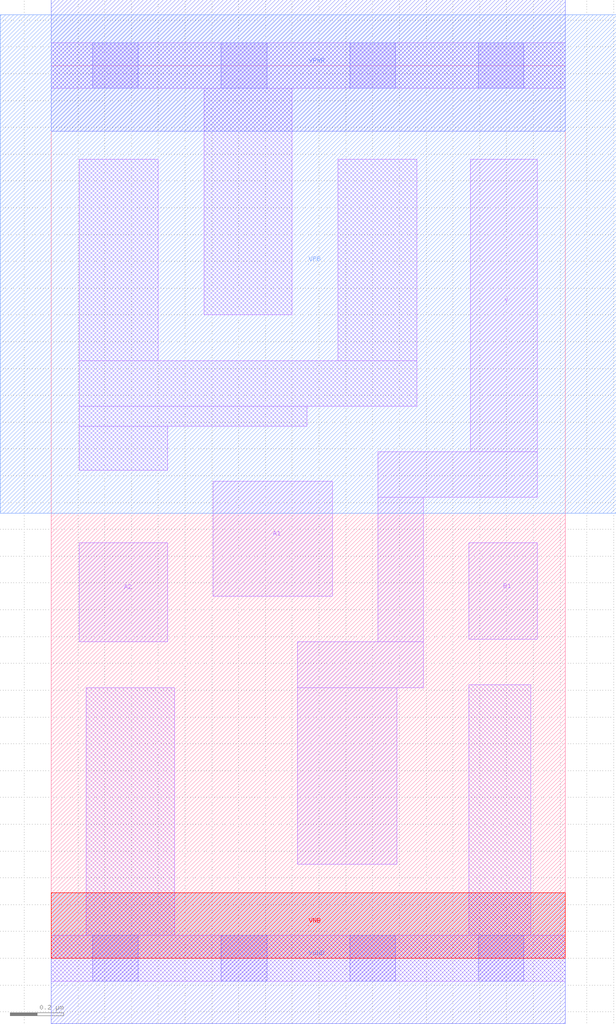
<source format=lef>
# Copyright 2020 The SkyWater PDK Authors
#
# Licensed under the Apache License, Version 2.0 (the "License");
# you may not use this file except in compliance with the License.
# You may obtain a copy of the License at
#
#     https://www.apache.org/licenses/LICENSE-2.0
#
# Unless required by applicable law or agreed to in writing, software
# distributed under the License is distributed on an "AS IS" BASIS,
# WITHOUT WARRANTIES OR CONDITIONS OF ANY KIND, either express or implied.
# See the License for the specific language governing permissions and
# limitations under the License.
#
# SPDX-License-Identifier: Apache-2.0

VERSION 5.7 ;
  NOWIREEXTENSIONATPIN ON ;
  DIVIDERCHAR "/" ;
  BUSBITCHARS "[]" ;
MACRO sky130_fd_sc_ls__a21oi_1
  CLASS CORE ;
  FOREIGN sky130_fd_sc_ls__a21oi_1 ;
  ORIGIN  0.000000  0.000000 ;
  SIZE  1.920000 BY  3.330000 ;
  SYMMETRY X Y ;
  SITE unit ;
  PIN A1
    ANTENNAGATEAREA  0.279000 ;
    DIRECTION INPUT ;
    USE SIGNAL ;
    PORT
      LAYER li1 ;
        RECT 0.605000 1.350000 1.050000 1.780000 ;
    END
  END A1
  PIN A2
    ANTENNAGATEAREA  0.279000 ;
    DIRECTION INPUT ;
    USE SIGNAL ;
    PORT
      LAYER li1 ;
        RECT 0.105000 1.180000 0.435000 1.550000 ;
    END
  END A2
  PIN B1
    ANTENNAGATEAREA  0.279000 ;
    DIRECTION INPUT ;
    USE SIGNAL ;
    PORT
      LAYER li1 ;
        RECT 1.560000 1.190000 1.815000 1.550000 ;
    END
  END B1
  PIN Y
    ANTENNADIFFAREA  0.596600 ;
    DIRECTION OUTPUT ;
    USE SIGNAL ;
    PORT
      LAYER li1 ;
        RECT 0.920000 0.350000 1.290000 1.010000 ;
        RECT 0.920000 1.010000 1.390000 1.180000 ;
        RECT 1.220000 1.180000 1.390000 1.720000 ;
        RECT 1.220000 1.720000 1.815000 1.890000 ;
        RECT 1.565000 1.890000 1.815000 2.980000 ;
    END
  END Y
  PIN VGND
    DIRECTION INOUT ;
    SHAPE ABUTMENT ;
    USE GROUND ;
    PORT
      LAYER met1 ;
        RECT 0.000000 -0.245000 1.920000 0.245000 ;
    END
  END VGND
  PIN VNB
    DIRECTION INOUT ;
    USE GROUND ;
    PORT
      LAYER pwell ;
        RECT 0.000000 0.000000 1.920000 0.245000 ;
    END
  END VNB
  PIN VPB
    DIRECTION INOUT ;
    USE POWER ;
    PORT
      LAYER nwell ;
        RECT -0.190000 1.660000 2.110000 3.520000 ;
    END
  END VPB
  PIN VPWR
    DIRECTION INOUT ;
    SHAPE ABUTMENT ;
    USE POWER ;
    PORT
      LAYER met1 ;
        RECT 0.000000 3.085000 1.920000 3.575000 ;
    END
  END VPWR
  OBS
    LAYER li1 ;
      RECT 0.000000 -0.085000 1.920000 0.085000 ;
      RECT 0.000000  3.245000 1.920000 3.415000 ;
      RECT 0.105000  1.820000 0.435000 1.985000 ;
      RECT 0.105000  1.985000 0.955000 2.060000 ;
      RECT 0.105000  2.060000 1.365000 2.230000 ;
      RECT 0.105000  2.230000 0.400000 2.980000 ;
      RECT 0.130000  0.085000 0.460000 1.010000 ;
      RECT 0.570000  2.400000 0.900000 3.245000 ;
      RECT 1.070000  2.230000 1.365000 2.980000 ;
      RECT 1.560000  0.085000 1.790000 1.020000 ;
    LAYER mcon ;
      RECT 0.155000 -0.085000 0.325000 0.085000 ;
      RECT 0.155000  3.245000 0.325000 3.415000 ;
      RECT 0.635000 -0.085000 0.805000 0.085000 ;
      RECT 0.635000  3.245000 0.805000 3.415000 ;
      RECT 1.115000 -0.085000 1.285000 0.085000 ;
      RECT 1.115000  3.245000 1.285000 3.415000 ;
      RECT 1.595000 -0.085000 1.765000 0.085000 ;
      RECT 1.595000  3.245000 1.765000 3.415000 ;
  END
END sky130_fd_sc_ls__a21oi_1
END LIBRARY

</source>
